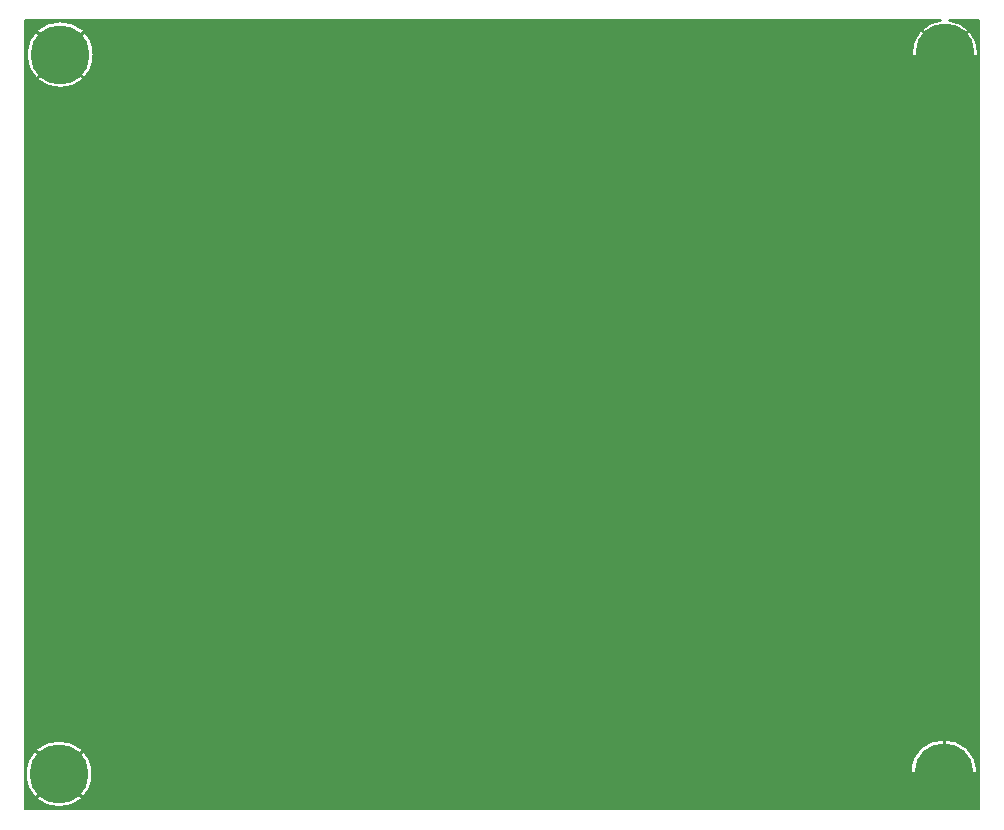
<source format=gbr>
G04 EasyPC Gerber Version 21.0.3 Build 4286 *
G04 #@! TF.Part,Single*
G04 #@! TF.FileFunction,Copper,L1,Top *
G04 #@! TF.FilePolarity,Positive *
%FSLAX35Y35*%
%MOIN*%
%ADD29C,0.00500*%
%ADD75C,0.01000*%
G04 #@! TA.AperFunction,WasherPad*
%ADD103C,0.19685*%
X0Y0D02*
D02*
D29*
X346569Y322642D02*
X336493D01*
G75*
G02X346183Y311638I-1402J-11004*
G01*
G75*
G02X323998I-11093*
G01*
G75*
G02X333689Y322642I11093*
G01*
X28340*
Y59634*
X346569*
Y322642*
X28722Y71481D02*
G75*
G02X50907I11093D01*
G01*
G75*
G02X28722I-11093*
G01*
X29116Y311244D02*
G75*
G02X51301I11093D01*
G01*
G75*
G02X29116I-11093*
G01*
X323604Y71874D02*
G75*
G02X345789I11093D01*
G01*
G75*
G02X323604I-11093*
G01*
X345782Y71481D02*
G36*
G75*
G02X323611I-11085J394D01*
G01*
X50907*
G75*
G02X28722I-11093*
G01*
X28590*
Y59884*
X346319*
Y71481*
X345782*
G37*
X346176Y311244D02*
G36*
G75*
G02X324005I-11085J394D01*
G01*
X51301*
G75*
G02X29116I-11093*
G01*
X28590*
Y71481*
X28722*
G75*
G02X50907I11093*
G01*
X323611*
G75*
G02X323604Y71874I11091J396*
G01*
G75*
G02X345789I11093*
G01*
G75*
G02X345782Y71481I-11098J3*
G01*
X346319*
Y311244*
X346176*
G37*
X324005D02*
G36*
G75*
G02X323998Y311638I11091J396D01*
G01*
G75*
G02X332370Y322392I11093J0*
G01*
X28590*
Y311244*
X29116*
G75*
G02X51301I11093*
G01*
X324005*
G37*
X346176D02*
G36*
X346319D01*
Y322392*
X337811*
G75*
G02X346183Y311638I-2721J-10754*
G01*
G75*
G02X346176Y311244I-11098J3*
G01*
G37*
D02*
D75*
X33209Y64874D02*
X31794Y63460D01*
X33209Y78087D02*
X31794Y79501D01*
X33602Y304638D02*
X32188Y303224D01*
X33602Y317851D02*
X32188Y319265D01*
X46421Y64874D02*
X47835Y63460D01*
X46421Y78087D02*
X47835Y79501D01*
X46815Y304638D02*
X48229Y303224D01*
X46815Y317851D02*
X48229Y319265D01*
X325354Y71874D02*
X323354D01*
X328484Y305032D02*
X327070Y303618D01*
X328484Y318244D02*
X327070Y319659D01*
X334697Y62532D02*
Y60532D01*
Y81217D02*
Y83217D01*
X341697Y305032D02*
X343111Y303618D01*
X341697Y318244D02*
X343111Y319659D01*
X344039Y71874D02*
X346039D01*
D02*
D103*
X39815Y71481D03*
X40209Y311244D03*
X334697Y71874D03*
X335091Y311638D03*
X0Y0D02*
M02*

</source>
